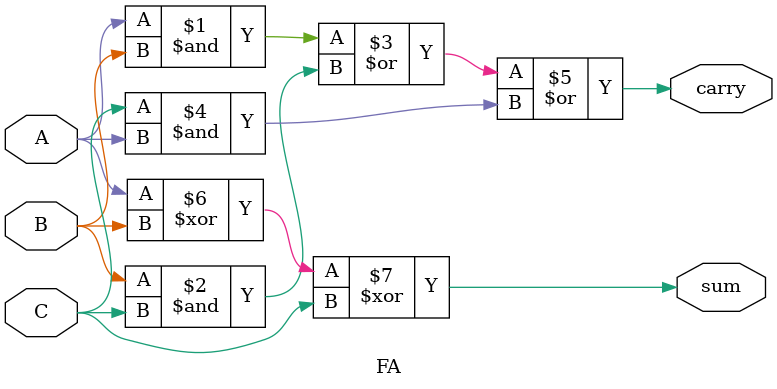
<source format=v>
module EXP4(input [2:0] A, input [2:0] B, output wire [5:0]  s );

wire w1, w2, w3, w4, w5, w6, w7;
wire [7:0] p;

assign s[0] = A[0] & B[0];
assign p[0] = A[1] & B[0];
assign p[1] = A[0] & B[1];
assign p[2] = A[2] & B[0];
assign p[3] = A[1] & B[1];
assign p[4] = A[0] & B[2];
assign p[5] = A[2] & B[1];
assign p[6] = A[1] & B[2];
assign p[7] = A[2] & B[2];


FA u1(p[0], p[1], 0, s[1], w1);
FA u2(p[2], p[3], p[4], w2, w3);
FA u3(w2, w1, 0, s[2], w4);
FA u4(p[5], p[6], w3, w6, w5);
FA u5(w6, w4, 0, s[3], w7);
FA u6(p[7], w5, w7, s[4], s[5]);

endmodule


module FA(input A, input B, input C, output wire sum, output wire carry);
assign carry = (A&B) | (B&C) | (C&A);
assign sum = A^B^C;
endmodule
</source>
